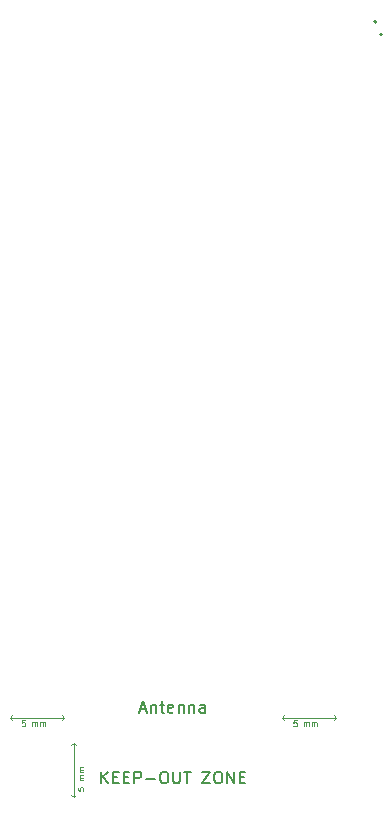
<source format=gbr>
%TF.GenerationSoftware,KiCad,Pcbnew,(6.0.8)*%
%TF.CreationDate,2022-10-07T15:24:08+02:00*%
%TF.ProjectId,bobbycar-emergency-hardware,626f6262-7963-4617-922d-656d65726765,rev?*%
%TF.SameCoordinates,Original*%
%TF.FileFunction,Other,Comment*%
%FSLAX46Y46*%
G04 Gerber Fmt 4.6, Leading zero omitted, Abs format (unit mm)*
G04 Created by KiCad (PCBNEW (6.0.8)) date 2022-10-07 15:24:08*
%MOMM*%
%LPD*%
G01*
G04 APERTURE LIST*
%ADD10C,0.100000*%
%ADD11C,0.150000*%
%ADD12C,0.200000*%
G04 APERTURE END LIST*
D10*
%TO.C,U2*%
X20461904Y15898809D02*
X20223809Y15898809D01*
X20200000Y15660714D01*
X20223809Y15684523D01*
X20271428Y15708333D01*
X20390476Y15708333D01*
X20438095Y15684523D01*
X20461904Y15660714D01*
X20485714Y15613095D01*
X20485714Y15494047D01*
X20461904Y15446428D01*
X20438095Y15422619D01*
X20390476Y15398809D01*
X20271428Y15398809D01*
X20223809Y15422619D01*
X20200000Y15446428D01*
X21080952Y15398809D02*
X21080952Y15732142D01*
X21080952Y15684523D02*
X21104761Y15708333D01*
X21152380Y15732142D01*
X21223809Y15732142D01*
X21271428Y15708333D01*
X21295238Y15660714D01*
X21295238Y15398809D01*
X21295238Y15660714D02*
X21319047Y15708333D01*
X21366666Y15732142D01*
X21438095Y15732142D01*
X21485714Y15708333D01*
X21509523Y15660714D01*
X21509523Y15398809D01*
X21747619Y15398809D02*
X21747619Y15732142D01*
X21747619Y15684523D02*
X21771428Y15708333D01*
X21819047Y15732142D01*
X21890476Y15732142D01*
X21938095Y15708333D01*
X21961904Y15660714D01*
X21961904Y15398809D01*
X21961904Y15660714D02*
X21985714Y15708333D01*
X22033333Y15732142D01*
X22104761Y15732142D01*
X22152380Y15708333D01*
X22176190Y15660714D01*
X22176190Y15398809D01*
D11*
X3928571Y10547619D02*
X3928571Y11547619D01*
X4500000Y10547619D02*
X4071428Y11119047D01*
X4500000Y11547619D02*
X3928571Y10976190D01*
X4928571Y11071428D02*
X5261904Y11071428D01*
X5404761Y10547619D02*
X4928571Y10547619D01*
X4928571Y11547619D01*
X5404761Y11547619D01*
X5833333Y11071428D02*
X6166666Y11071428D01*
X6309523Y10547619D02*
X5833333Y10547619D01*
X5833333Y11547619D01*
X6309523Y11547619D01*
X6738095Y10547619D02*
X6738095Y11547619D01*
X7119047Y11547619D01*
X7214285Y11500000D01*
X7261904Y11452380D01*
X7309523Y11357142D01*
X7309523Y11214285D01*
X7261904Y11119047D01*
X7214285Y11071428D01*
X7119047Y11023809D01*
X6738095Y11023809D01*
X7738095Y10928571D02*
X8500000Y10928571D01*
X9166666Y11547619D02*
X9357142Y11547619D01*
X9452380Y11500000D01*
X9547619Y11404761D01*
X9595238Y11214285D01*
X9595238Y10880952D01*
X9547619Y10690476D01*
X9452380Y10595238D01*
X9357142Y10547619D01*
X9166666Y10547619D01*
X9071428Y10595238D01*
X8976190Y10690476D01*
X8928571Y10880952D01*
X8928571Y11214285D01*
X8976190Y11404761D01*
X9071428Y11500000D01*
X9166666Y11547619D01*
X10023809Y11547619D02*
X10023809Y10738095D01*
X10071428Y10642857D01*
X10119047Y10595238D01*
X10214285Y10547619D01*
X10404761Y10547619D01*
X10500000Y10595238D01*
X10547619Y10642857D01*
X10595238Y10738095D01*
X10595238Y11547619D01*
X10928571Y11547619D02*
X11500000Y11547619D01*
X11214285Y10547619D02*
X11214285Y11547619D01*
X12500000Y11547619D02*
X13166666Y11547619D01*
X12500000Y10547619D01*
X13166666Y10547619D01*
X13738095Y11547619D02*
X13928571Y11547619D01*
X14023809Y11500000D01*
X14119047Y11404761D01*
X14166666Y11214285D01*
X14166666Y10880952D01*
X14119047Y10690476D01*
X14023809Y10595238D01*
X13928571Y10547619D01*
X13738095Y10547619D01*
X13642857Y10595238D01*
X13547619Y10690476D01*
X13499999Y10880952D01*
X13499999Y11214285D01*
X13547619Y11404761D01*
X13642857Y11500000D01*
X13738095Y11547619D01*
X14595238Y10547619D02*
X14595238Y11547619D01*
X15166666Y10547619D01*
X15166666Y11547619D01*
X15642857Y11071428D02*
X15976190Y11071428D01*
X16119047Y10547619D02*
X15642857Y10547619D01*
X15642857Y11547619D01*
X16119047Y11547619D01*
X7238095Y16833333D02*
X7714285Y16833333D01*
X7142857Y16547619D02*
X7476190Y17547619D01*
X7809523Y16547619D01*
X8142857Y17214285D02*
X8142857Y16547619D01*
X8142857Y17119047D02*
X8190476Y17166666D01*
X8285714Y17214285D01*
X8428571Y17214285D01*
X8523809Y17166666D01*
X8571428Y17071428D01*
X8571428Y16547619D01*
X8904761Y17214285D02*
X9285714Y17214285D01*
X9047619Y17547619D02*
X9047619Y16690476D01*
X9095238Y16595238D01*
X9190476Y16547619D01*
X9285714Y16547619D01*
X10000000Y16595238D02*
X9904761Y16547619D01*
X9714285Y16547619D01*
X9619047Y16595238D01*
X9571428Y16690476D01*
X9571428Y17071428D01*
X9619047Y17166666D01*
X9714285Y17214285D01*
X9904761Y17214285D01*
X10000000Y17166666D01*
X10047619Y17071428D01*
X10047619Y16976190D01*
X9571428Y16880952D01*
X10476190Y17214285D02*
X10476190Y16547619D01*
X10476190Y17119047D02*
X10523809Y17166666D01*
X10619047Y17214285D01*
X10761904Y17214285D01*
X10857142Y17166666D01*
X10904761Y17071428D01*
X10904761Y16547619D01*
X11380952Y17214285D02*
X11380952Y16547619D01*
X11380952Y17119047D02*
X11428571Y17166666D01*
X11523809Y17214285D01*
X11666666Y17214285D01*
X11761904Y17166666D01*
X11809523Y17071428D01*
X11809523Y16547619D01*
X12714285Y16547619D02*
X12714285Y17071428D01*
X12666666Y17166666D01*
X12571428Y17214285D01*
X12380952Y17214285D01*
X12285714Y17166666D01*
X12714285Y16595238D02*
X12619047Y16547619D01*
X12380952Y16547619D01*
X12285714Y16595238D01*
X12238095Y16690476D01*
X12238095Y16785714D01*
X12285714Y16880952D01*
X12380952Y16928571D01*
X12619047Y16928571D01*
X12714285Y16976190D01*
D10*
X-2538095Y15898809D02*
X-2776190Y15898809D01*
X-2800000Y15660714D01*
X-2776190Y15684523D01*
X-2728571Y15708333D01*
X-2609523Y15708333D01*
X-2561904Y15684523D01*
X-2538095Y15660714D01*
X-2514285Y15613095D01*
X-2514285Y15494047D01*
X-2538095Y15446428D01*
X-2561904Y15422619D01*
X-2609523Y15398809D01*
X-2728571Y15398809D01*
X-2776190Y15422619D01*
X-2800000Y15446428D01*
X-1919047Y15398809D02*
X-1919047Y15732142D01*
X-1919047Y15684523D02*
X-1895238Y15708333D01*
X-1847619Y15732142D01*
X-1776190Y15732142D01*
X-1728571Y15708333D01*
X-1704761Y15660714D01*
X-1704761Y15398809D01*
X-1704761Y15660714D02*
X-1680952Y15708333D01*
X-1633333Y15732142D01*
X-1561904Y15732142D01*
X-1514285Y15708333D01*
X-1490476Y15660714D01*
X-1490476Y15398809D01*
X-1252380Y15398809D02*
X-1252380Y15732142D01*
X-1252380Y15684523D02*
X-1228571Y15708333D01*
X-1180952Y15732142D01*
X-1109523Y15732142D01*
X-1061904Y15708333D01*
X-1038095Y15660714D01*
X-1038095Y15398809D01*
X-1038095Y15660714D02*
X-1014285Y15708333D01*
X-966666Y15732142D01*
X-895238Y15732142D01*
X-847619Y15708333D01*
X-823809Y15660714D01*
X-823809Y15398809D01*
X1926190Y10186904D02*
X1926190Y9948809D01*
X2164285Y9925000D01*
X2140476Y9948809D01*
X2116666Y9996428D01*
X2116666Y10115476D01*
X2140476Y10163095D01*
X2164285Y10186904D01*
X2211904Y10210714D01*
X2330952Y10210714D01*
X2378571Y10186904D01*
X2402380Y10163095D01*
X2426190Y10115476D01*
X2426190Y9996428D01*
X2402380Y9948809D01*
X2378571Y9925000D01*
X2426190Y10805952D02*
X2092857Y10805952D01*
X2140476Y10805952D02*
X2116666Y10829761D01*
X2092857Y10877380D01*
X2092857Y10948809D01*
X2116666Y10996428D01*
X2164285Y11020238D01*
X2426190Y11020238D01*
X2164285Y11020238D02*
X2116666Y11044047D01*
X2092857Y11091666D01*
X2092857Y11163095D01*
X2116666Y11210714D01*
X2164285Y11234523D01*
X2426190Y11234523D01*
X2426190Y11472619D02*
X2092857Y11472619D01*
X2140476Y11472619D02*
X2116666Y11496428D01*
X2092857Y11544047D01*
X2092857Y11615476D01*
X2116666Y11663095D01*
X2164285Y11686904D01*
X2426190Y11686904D01*
X2164285Y11686904D02*
X2116666Y11710714D01*
X2092857Y11758333D01*
X2092857Y11829761D01*
X2116666Y11877380D01*
X2164285Y11901190D01*
X2426190Y11901190D01*
D12*
%TO.C,Q2*%
X27250000Y75040000D02*
G75*
G03*
X27250000Y75040000I-100000J0D01*
G01*
%TO.C,Q1*%
X27700000Y73960000D02*
G75*
G03*
X27700000Y73960000I-100000J0D01*
G01*
D10*
%TO.C,U2*%
X1600000Y9400000D02*
X1800000Y9600000D01*
X1600000Y14000000D02*
X1600000Y9400000D01*
X-3800000Y16125000D02*
X-3600000Y16325000D01*
X23800000Y16125000D02*
X23600000Y15925000D01*
X1600000Y14000000D02*
X1400000Y13800000D01*
X1600000Y14000000D02*
X1800000Y13800000D01*
X800000Y16125000D02*
X600000Y16325000D01*
X23800000Y16125000D02*
X19200000Y16125000D01*
X23800000Y16125000D02*
X23600000Y16325000D01*
X1600000Y9400000D02*
X1400000Y9600000D01*
X-3800000Y16125000D02*
X-3600000Y15925000D01*
X800000Y16125000D02*
X600000Y15925000D01*
X800000Y16125000D02*
X-3800000Y16125000D01*
X19200000Y16125000D02*
X19400000Y16325000D01*
X19200000Y16125000D02*
X19400000Y15925000D01*
%TD*%
M02*

</source>
